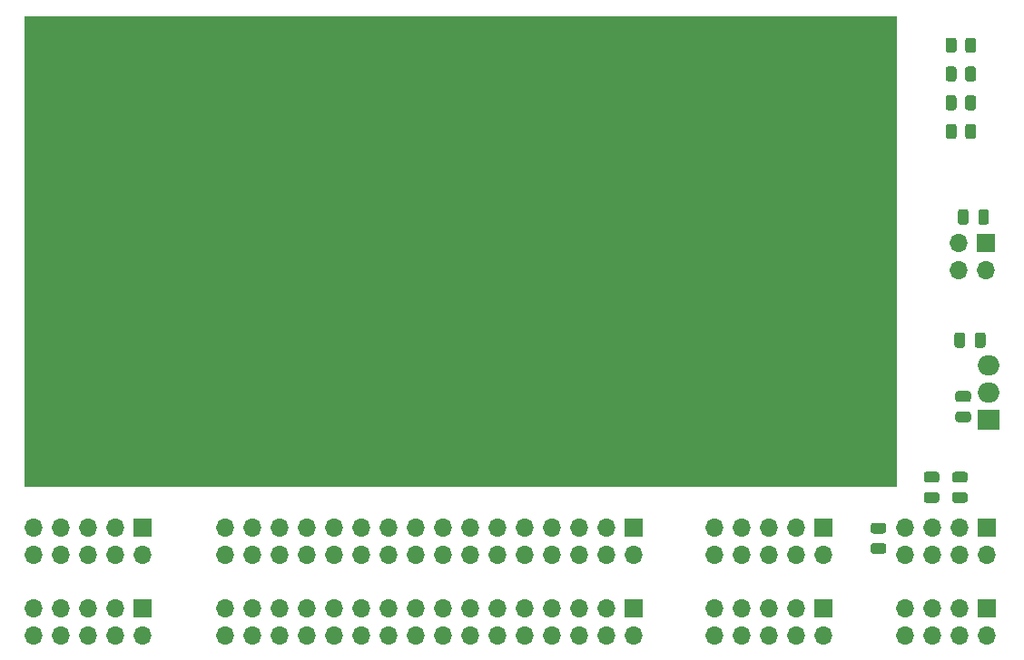
<source format=gbr>
%TF.GenerationSoftware,KiCad,Pcbnew,(5.1.10)-1*%
%TF.CreationDate,2021-09-08T13:29:56-05:00*%
%TF.ProjectId,gd protoboard pcb,67642070-726f-4746-9f62-6f6172642070,rev?*%
%TF.SameCoordinates,Original*%
%TF.FileFunction,Soldermask,Bot*%
%TF.FilePolarity,Negative*%
%FSLAX46Y46*%
G04 Gerber Fmt 4.6, Leading zero omitted, Abs format (unit mm)*
G04 Created by KiCad (PCBNEW (5.1.10)-1) date 2021-09-08 13:29:56*
%MOMM*%
%LPD*%
G01*
G04 APERTURE LIST*
%ADD10C,0.100000*%
%ADD11O,1.700000X1.700000*%
%ADD12R,1.700000X1.700000*%
%ADD13O,2.000000X1.905000*%
%ADD14R,2.000000X1.905000*%
%ADD15C,1.700000*%
G04 APERTURE END LIST*
D10*
G36*
X189865000Y-114935000D02*
G01*
X108585000Y-114935000D01*
X108585000Y-71120000D01*
X189865000Y-71120000D01*
X189865000Y-114935000D01*
G37*
X189865000Y-114935000D02*
X108585000Y-114935000D01*
X108585000Y-71120000D01*
X189865000Y-71120000D01*
X189865000Y-114935000D01*
D11*
%TO.C,J8*%
X127254000Y-121437400D03*
X127254000Y-118897400D03*
X129794000Y-121437400D03*
X129794000Y-118897400D03*
X132334000Y-121437400D03*
X132334000Y-118897400D03*
X134874000Y-121437400D03*
X134874000Y-118897400D03*
X137414000Y-121437400D03*
X137414000Y-118897400D03*
X139954000Y-121437400D03*
X139954000Y-118897400D03*
X142494000Y-121437400D03*
X142494000Y-118897400D03*
X145034000Y-121437400D03*
X145034000Y-118897400D03*
X147574000Y-121437400D03*
X147574000Y-118897400D03*
X150114000Y-121437400D03*
X150114000Y-118897400D03*
X152654000Y-121437400D03*
X152654000Y-118897400D03*
X155194000Y-121437400D03*
X155194000Y-118897400D03*
X157734000Y-121437400D03*
X157734000Y-118897400D03*
X160274000Y-121437400D03*
X160274000Y-118897400D03*
X162814000Y-121437400D03*
X162814000Y-118897400D03*
X165354000Y-121437400D03*
D12*
X165354000Y-118897400D03*
%TD*%
D13*
%TO.C,U1*%
X198475600Y-103708200D03*
X198475600Y-106248200D03*
D14*
X198475600Y-108788200D03*
%TD*%
%TO.C,C6*%
G36*
G01*
X196273000Y-100871000D02*
X196273000Y-101821000D01*
G75*
G02*
X196023000Y-102071000I-250000J0D01*
G01*
X195523000Y-102071000D01*
G75*
G02*
X195273000Y-101821000I0J250000D01*
G01*
X195273000Y-100871000D01*
G75*
G02*
X195523000Y-100621000I250000J0D01*
G01*
X196023000Y-100621000D01*
G75*
G02*
X196273000Y-100871000I0J-250000D01*
G01*
G37*
G36*
G01*
X198173000Y-100871000D02*
X198173000Y-101821000D01*
G75*
G02*
X197923000Y-102071000I-250000J0D01*
G01*
X197423000Y-102071000D01*
G75*
G02*
X197173000Y-101821000I0J250000D01*
G01*
X197173000Y-100871000D01*
G75*
G02*
X197423000Y-100621000I250000J0D01*
G01*
X197923000Y-100621000D01*
G75*
G02*
X198173000Y-100871000I0J-250000D01*
G01*
G37*
%TD*%
%TO.C,C5*%
G36*
G01*
X195613000Y-108019000D02*
X196563000Y-108019000D01*
G75*
G02*
X196813000Y-108269000I0J-250000D01*
G01*
X196813000Y-108769000D01*
G75*
G02*
X196563000Y-109019000I-250000J0D01*
G01*
X195613000Y-109019000D01*
G75*
G02*
X195363000Y-108769000I0J250000D01*
G01*
X195363000Y-108269000D01*
G75*
G02*
X195613000Y-108019000I250000J0D01*
G01*
G37*
G36*
G01*
X195613000Y-106119000D02*
X196563000Y-106119000D01*
G75*
G02*
X196813000Y-106369000I0J-250000D01*
G01*
X196813000Y-106869000D01*
G75*
G02*
X196563000Y-107119000I-250000J0D01*
G01*
X195613000Y-107119000D01*
G75*
G02*
X195363000Y-106869000I0J250000D01*
G01*
X195363000Y-106369000D01*
G75*
G02*
X195613000Y-106119000I250000J0D01*
G01*
G37*
%TD*%
D11*
%TO.C,J13*%
X188722000Y-89154000D03*
X188722000Y-86614000D03*
X188722000Y-84074000D03*
X188722000Y-81534000D03*
D15*
X188722000Y-78994000D03*
%TD*%
%TO.C,J13*%
X173482000Y-78994000D03*
D11*
X173482000Y-81534000D03*
X173482000Y-84074000D03*
X173482000Y-86614000D03*
X173482000Y-89154000D03*
%TD*%
D15*
%TO.C,J8*%
X109982000Y-113284000D03*
D11*
X112522000Y-113284000D03*
X115062000Y-113284000D03*
X117602000Y-113284000D03*
%TD*%
%TO.C,J8*%
X188722000Y-113284000D03*
X186182000Y-113284000D03*
X183642000Y-113284000D03*
D15*
X181102000Y-113284000D03*
%TD*%
D11*
%TO.C,J8*%
X117602000Y-110744000D03*
X115062000Y-110744000D03*
X112522000Y-110744000D03*
D15*
X109982000Y-110744000D03*
%TD*%
D11*
%TO.C,J8*%
X158242000Y-113284000D03*
X155702000Y-113284000D03*
X153162000Y-113284000D03*
D15*
X150622000Y-113284000D03*
%TD*%
D11*
%TO.C,J8*%
X178562000Y-113284000D03*
X176022000Y-113284000D03*
X173482000Y-113284000D03*
D15*
X170942000Y-113284000D03*
%TD*%
D11*
%TO.C,J8*%
X137922000Y-113284000D03*
X135382000Y-113284000D03*
X132842000Y-113284000D03*
D15*
X130302000Y-113284000D03*
%TD*%
D11*
%TO.C,J8*%
X168402000Y-113284000D03*
X165862000Y-113284000D03*
X163322000Y-113284000D03*
D15*
X160782000Y-113284000D03*
%TD*%
D11*
%TO.C,J8*%
X148082000Y-113284000D03*
X145542000Y-113284000D03*
X143002000Y-113284000D03*
D15*
X140462000Y-113284000D03*
%TD*%
D11*
%TO.C,J8*%
X127762000Y-113284000D03*
X125222000Y-113284000D03*
X122682000Y-113284000D03*
D15*
X120142000Y-113284000D03*
%TD*%
%TO.C,J8*%
X181102000Y-110744000D03*
D11*
X183642000Y-110744000D03*
X186182000Y-110744000D03*
X188722000Y-110744000D03*
%TD*%
D15*
%TO.C,J8*%
X170942000Y-110744000D03*
D11*
X173482000Y-110744000D03*
X176022000Y-110744000D03*
X178562000Y-110744000D03*
%TD*%
D15*
%TO.C,J8*%
X130302000Y-110744000D03*
D11*
X132842000Y-110744000D03*
X135382000Y-110744000D03*
X137922000Y-110744000D03*
%TD*%
D15*
%TO.C,J8*%
X150622000Y-110744000D03*
D11*
X153162000Y-110744000D03*
X155702000Y-110744000D03*
X158242000Y-110744000D03*
%TD*%
D15*
%TO.C,J8*%
X160782000Y-110744000D03*
D11*
X163322000Y-110744000D03*
X165862000Y-110744000D03*
X168402000Y-110744000D03*
%TD*%
D15*
%TO.C,J8*%
X140462000Y-110744000D03*
D11*
X143002000Y-110744000D03*
X145542000Y-110744000D03*
X148082000Y-110744000D03*
%TD*%
D15*
%TO.C,J8*%
X120142000Y-110744000D03*
D11*
X122682000Y-110744000D03*
X125222000Y-110744000D03*
X127762000Y-110744000D03*
%TD*%
%TO.C,J8*%
X117602000Y-75184000D03*
X115062000Y-75184000D03*
X112522000Y-75184000D03*
D15*
X109982000Y-75184000D03*
%TD*%
%TO.C,J8*%
X181102000Y-75184000D03*
D11*
X183642000Y-75184000D03*
X186182000Y-75184000D03*
X188722000Y-75184000D03*
%TD*%
D15*
%TO.C,J8*%
X170942000Y-75184000D03*
D11*
X173482000Y-75184000D03*
X176022000Y-75184000D03*
X178562000Y-75184000D03*
%TD*%
D15*
%TO.C,J8*%
X130302000Y-75184000D03*
D11*
X132842000Y-75184000D03*
X135382000Y-75184000D03*
X137922000Y-75184000D03*
%TD*%
D15*
%TO.C,J8*%
X150622000Y-75184000D03*
D11*
X153162000Y-75184000D03*
X155702000Y-75184000D03*
X158242000Y-75184000D03*
%TD*%
D15*
%TO.C,J8*%
X160782000Y-75184000D03*
D11*
X163322000Y-75184000D03*
X165862000Y-75184000D03*
X168402000Y-75184000D03*
%TD*%
D15*
%TO.C,J8*%
X140462000Y-75184000D03*
D11*
X143002000Y-75184000D03*
X145542000Y-75184000D03*
X148082000Y-75184000D03*
%TD*%
D15*
%TO.C,J8*%
X120142000Y-75184000D03*
D11*
X122682000Y-75184000D03*
X125222000Y-75184000D03*
X127762000Y-75184000D03*
%TD*%
%TO.C,J13*%
X188722000Y-106934000D03*
X188722000Y-104394000D03*
X188722000Y-101854000D03*
X188722000Y-99314000D03*
D15*
X188722000Y-96774000D03*
%TD*%
D11*
%TO.C,J13*%
X186182000Y-106934000D03*
X186182000Y-104394000D03*
X186182000Y-101854000D03*
X186182000Y-99314000D03*
D15*
X186182000Y-96774000D03*
%TD*%
D11*
%TO.C,J13*%
X186182000Y-89154000D03*
X186182000Y-86614000D03*
X186182000Y-84074000D03*
X186182000Y-81534000D03*
D15*
X186182000Y-78994000D03*
%TD*%
D11*
%TO.C,J8*%
X188722000Y-72644000D03*
X186182000Y-72644000D03*
X183642000Y-72644000D03*
D15*
X181102000Y-72644000D03*
%TD*%
D11*
%TO.C,J8*%
X178562000Y-72644000D03*
X176022000Y-72644000D03*
X173482000Y-72644000D03*
D15*
X170942000Y-72644000D03*
%TD*%
D11*
%TO.C,J8*%
X168402000Y-72644000D03*
X165862000Y-72644000D03*
X163322000Y-72644000D03*
D15*
X160782000Y-72644000D03*
%TD*%
D11*
%TO.C,J8*%
X158242000Y-72644000D03*
X155702000Y-72644000D03*
X153162000Y-72644000D03*
D15*
X150622000Y-72644000D03*
%TD*%
D11*
%TO.C,J8*%
X148082000Y-72644000D03*
X145542000Y-72644000D03*
X143002000Y-72644000D03*
D15*
X140462000Y-72644000D03*
%TD*%
D11*
%TO.C,J8*%
X137922000Y-72644000D03*
X135382000Y-72644000D03*
X132842000Y-72644000D03*
D15*
X130302000Y-72644000D03*
%TD*%
D11*
%TO.C,J8*%
X127762000Y-72644000D03*
X125222000Y-72644000D03*
X122682000Y-72644000D03*
D15*
X120142000Y-72644000D03*
%TD*%
%TO.C,J8*%
X109982000Y-72644000D03*
D11*
X112522000Y-72644000D03*
X115062000Y-72644000D03*
X117602000Y-72644000D03*
%TD*%
%TO.C,J13*%
X135382000Y-106934000D03*
X135382000Y-104394000D03*
X135382000Y-101854000D03*
X135382000Y-99314000D03*
D15*
X135382000Y-96774000D03*
%TD*%
D11*
%TO.C,J13*%
X178562000Y-106934000D03*
X178562000Y-104394000D03*
X178562000Y-101854000D03*
X178562000Y-99314000D03*
D15*
X178562000Y-96774000D03*
%TD*%
D11*
%TO.C,J13*%
X173482000Y-106934000D03*
X173482000Y-104394000D03*
X173482000Y-101854000D03*
X173482000Y-99314000D03*
D15*
X173482000Y-96774000D03*
%TD*%
D11*
%TO.C,J13*%
X163322000Y-106934000D03*
X163322000Y-104394000D03*
X163322000Y-101854000D03*
X163322000Y-99314000D03*
D15*
X163322000Y-96774000D03*
%TD*%
D11*
%TO.C,J13*%
X176022000Y-106934000D03*
X176022000Y-104394000D03*
X176022000Y-101854000D03*
X176022000Y-99314000D03*
D15*
X176022000Y-96774000D03*
%TD*%
D11*
%TO.C,J13*%
X168402000Y-106934000D03*
X168402000Y-104394000D03*
X168402000Y-101854000D03*
X168402000Y-99314000D03*
D15*
X168402000Y-96774000D03*
%TD*%
D11*
%TO.C,J13*%
X170942000Y-106934000D03*
X170942000Y-104394000D03*
X170942000Y-101854000D03*
X170942000Y-99314000D03*
D15*
X170942000Y-96774000D03*
%TD*%
D11*
%TO.C,J13*%
X183642000Y-106934000D03*
X183642000Y-104394000D03*
X183642000Y-101854000D03*
X183642000Y-99314000D03*
D15*
X183642000Y-96774000D03*
%TD*%
D11*
%TO.C,J13*%
X181102000Y-106934000D03*
X181102000Y-104394000D03*
X181102000Y-101854000D03*
X181102000Y-99314000D03*
D15*
X181102000Y-96774000D03*
%TD*%
D11*
%TO.C,J13*%
X165862000Y-106934000D03*
X165862000Y-104394000D03*
X165862000Y-101854000D03*
X165862000Y-99314000D03*
D15*
X165862000Y-96774000D03*
%TD*%
D11*
%TO.C,J13*%
X158242000Y-106934000D03*
X158242000Y-104394000D03*
X158242000Y-101854000D03*
X158242000Y-99314000D03*
D15*
X158242000Y-96774000D03*
%TD*%
D11*
%TO.C,J13*%
X153162000Y-106934000D03*
X153162000Y-104394000D03*
X153162000Y-101854000D03*
X153162000Y-99314000D03*
D15*
X153162000Y-96774000D03*
%TD*%
D11*
%TO.C,J13*%
X127762000Y-106934000D03*
X127762000Y-104394000D03*
X127762000Y-101854000D03*
X127762000Y-99314000D03*
D15*
X127762000Y-96774000D03*
%TD*%
D11*
%TO.C,J13*%
X148082000Y-106934000D03*
X148082000Y-104394000D03*
X148082000Y-101854000D03*
X148082000Y-99314000D03*
D15*
X148082000Y-96774000D03*
%TD*%
D11*
%TO.C,J13*%
X143002000Y-106934000D03*
X143002000Y-104394000D03*
X143002000Y-101854000D03*
X143002000Y-99314000D03*
D15*
X143002000Y-96774000D03*
%TD*%
D11*
%TO.C,J13*%
X140462000Y-106934000D03*
X140462000Y-104394000D03*
X140462000Y-101854000D03*
X140462000Y-99314000D03*
D15*
X140462000Y-96774000D03*
%TD*%
D11*
%TO.C,J13*%
X132842000Y-106934000D03*
X132842000Y-104394000D03*
X132842000Y-101854000D03*
X132842000Y-99314000D03*
D15*
X132842000Y-96774000D03*
%TD*%
D11*
%TO.C,J13*%
X117602000Y-106934000D03*
X117602000Y-104394000D03*
X117602000Y-101854000D03*
X117602000Y-99314000D03*
D15*
X117602000Y-96774000D03*
%TD*%
D11*
%TO.C,J13*%
X115062000Y-106934000D03*
X115062000Y-104394000D03*
X115062000Y-101854000D03*
X115062000Y-99314000D03*
D15*
X115062000Y-96774000D03*
%TD*%
D11*
%TO.C,J13*%
X150622000Y-106934000D03*
X150622000Y-104394000D03*
X150622000Y-101854000D03*
X150622000Y-99314000D03*
D15*
X150622000Y-96774000D03*
%TD*%
D11*
%TO.C,J13*%
X155702000Y-106934000D03*
X155702000Y-104394000D03*
X155702000Y-101854000D03*
X155702000Y-99314000D03*
D15*
X155702000Y-96774000D03*
%TD*%
D11*
%TO.C,J13*%
X130302000Y-106934000D03*
X130302000Y-104394000D03*
X130302000Y-101854000D03*
X130302000Y-99314000D03*
D15*
X130302000Y-96774000D03*
%TD*%
D11*
%TO.C,J13*%
X145542000Y-106934000D03*
X145542000Y-104394000D03*
X145542000Y-101854000D03*
X145542000Y-99314000D03*
D15*
X145542000Y-96774000D03*
%TD*%
D11*
%TO.C,J13*%
X122682000Y-106934000D03*
X122682000Y-104394000D03*
X122682000Y-101854000D03*
X122682000Y-99314000D03*
D15*
X122682000Y-96774000D03*
%TD*%
D11*
%TO.C,J13*%
X160782000Y-106934000D03*
X160782000Y-104394000D03*
X160782000Y-101854000D03*
X160782000Y-99314000D03*
D15*
X160782000Y-96774000D03*
%TD*%
D11*
%TO.C,J13*%
X125222000Y-106934000D03*
X125222000Y-104394000D03*
X125222000Y-101854000D03*
X125222000Y-99314000D03*
D15*
X125222000Y-96774000D03*
%TD*%
D11*
%TO.C,J13*%
X120142000Y-106934000D03*
X120142000Y-104394000D03*
X120142000Y-101854000D03*
X120142000Y-99314000D03*
D15*
X120142000Y-96774000D03*
%TD*%
%TO.C,J13*%
X109982000Y-96774000D03*
D11*
X109982000Y-99314000D03*
X109982000Y-101854000D03*
X109982000Y-104394000D03*
X109982000Y-106934000D03*
%TD*%
%TO.C,J13*%
X137922000Y-106934000D03*
X137922000Y-104394000D03*
X137922000Y-101854000D03*
X137922000Y-99314000D03*
D15*
X137922000Y-96774000D03*
%TD*%
D11*
%TO.C,J13*%
X112522000Y-106934000D03*
X112522000Y-104394000D03*
X112522000Y-101854000D03*
X112522000Y-99314000D03*
D15*
X112522000Y-96774000D03*
%TD*%
%TO.C,J13*%
X183642000Y-78994000D03*
D11*
X183642000Y-81534000D03*
X183642000Y-84074000D03*
X183642000Y-86614000D03*
X183642000Y-89154000D03*
%TD*%
D15*
%TO.C,J13*%
X181102000Y-78994000D03*
D11*
X181102000Y-81534000D03*
X181102000Y-84074000D03*
X181102000Y-86614000D03*
X181102000Y-89154000D03*
%TD*%
D15*
%TO.C,J13*%
X178562000Y-78994000D03*
D11*
X178562000Y-81534000D03*
X178562000Y-84074000D03*
X178562000Y-86614000D03*
X178562000Y-89154000D03*
%TD*%
D15*
%TO.C,J13*%
X176022000Y-78994000D03*
D11*
X176022000Y-81534000D03*
X176022000Y-84074000D03*
X176022000Y-86614000D03*
X176022000Y-89154000D03*
%TD*%
D15*
%TO.C,J13*%
X170942000Y-78994000D03*
D11*
X170942000Y-81534000D03*
X170942000Y-84074000D03*
X170942000Y-86614000D03*
X170942000Y-89154000D03*
%TD*%
D15*
%TO.C,J13*%
X168402000Y-78994000D03*
D11*
X168402000Y-81534000D03*
X168402000Y-84074000D03*
X168402000Y-86614000D03*
X168402000Y-89154000D03*
%TD*%
D15*
%TO.C,J13*%
X165862000Y-78994000D03*
D11*
X165862000Y-81534000D03*
X165862000Y-84074000D03*
X165862000Y-86614000D03*
X165862000Y-89154000D03*
%TD*%
D15*
%TO.C,J13*%
X163322000Y-78994000D03*
D11*
X163322000Y-81534000D03*
X163322000Y-84074000D03*
X163322000Y-86614000D03*
X163322000Y-89154000D03*
%TD*%
D15*
%TO.C,J13*%
X158242000Y-78994000D03*
D11*
X158242000Y-81534000D03*
X158242000Y-84074000D03*
X158242000Y-86614000D03*
X158242000Y-89154000D03*
%TD*%
D15*
%TO.C,J13*%
X155702000Y-78994000D03*
D11*
X155702000Y-81534000D03*
X155702000Y-84074000D03*
X155702000Y-86614000D03*
X155702000Y-89154000D03*
%TD*%
D15*
%TO.C,J13*%
X153162000Y-78994000D03*
D11*
X153162000Y-81534000D03*
X153162000Y-84074000D03*
X153162000Y-86614000D03*
X153162000Y-89154000D03*
%TD*%
D15*
%TO.C,J13*%
X150622000Y-78994000D03*
D11*
X150622000Y-81534000D03*
X150622000Y-84074000D03*
X150622000Y-86614000D03*
X150622000Y-89154000D03*
%TD*%
D15*
%TO.C,J13*%
X148082000Y-78994000D03*
D11*
X148082000Y-81534000D03*
X148082000Y-84074000D03*
X148082000Y-86614000D03*
X148082000Y-89154000D03*
%TD*%
D15*
%TO.C,J13*%
X145542000Y-78994000D03*
D11*
X145542000Y-81534000D03*
X145542000Y-84074000D03*
X145542000Y-86614000D03*
X145542000Y-89154000D03*
%TD*%
D15*
%TO.C,J13*%
X143002000Y-78994000D03*
D11*
X143002000Y-81534000D03*
X143002000Y-84074000D03*
X143002000Y-86614000D03*
X143002000Y-89154000D03*
%TD*%
D15*
%TO.C,J13*%
X140462000Y-78994000D03*
D11*
X140462000Y-81534000D03*
X140462000Y-84074000D03*
X140462000Y-86614000D03*
X140462000Y-89154000D03*
%TD*%
D15*
%TO.C,J13*%
X137922000Y-78994000D03*
D11*
X137922000Y-81534000D03*
X137922000Y-84074000D03*
X137922000Y-86614000D03*
X137922000Y-89154000D03*
%TD*%
D15*
%TO.C,J13*%
X160782000Y-78994000D03*
D11*
X160782000Y-81534000D03*
X160782000Y-84074000D03*
X160782000Y-86614000D03*
X160782000Y-89154000D03*
%TD*%
D15*
%TO.C,J13*%
X132842000Y-78994000D03*
D11*
X132842000Y-81534000D03*
X132842000Y-84074000D03*
X132842000Y-86614000D03*
X132842000Y-89154000D03*
%TD*%
D15*
%TO.C,J13*%
X130302000Y-78994000D03*
D11*
X130302000Y-81534000D03*
X130302000Y-84074000D03*
X130302000Y-86614000D03*
X130302000Y-89154000D03*
%TD*%
D15*
%TO.C,J13*%
X127762000Y-78994000D03*
D11*
X127762000Y-81534000D03*
X127762000Y-84074000D03*
X127762000Y-86614000D03*
X127762000Y-89154000D03*
%TD*%
D15*
%TO.C,J13*%
X125222000Y-78994000D03*
D11*
X125222000Y-81534000D03*
X125222000Y-84074000D03*
X125222000Y-86614000D03*
X125222000Y-89154000D03*
%TD*%
D15*
%TO.C,J13*%
X122682000Y-78994000D03*
D11*
X122682000Y-81534000D03*
X122682000Y-84074000D03*
X122682000Y-86614000D03*
X122682000Y-89154000D03*
%TD*%
D15*
%TO.C,J13*%
X120142000Y-78994000D03*
D11*
X120142000Y-81534000D03*
X120142000Y-84074000D03*
X120142000Y-86614000D03*
X120142000Y-89154000D03*
%TD*%
D15*
%TO.C,J13*%
X117602000Y-78994000D03*
D11*
X117602000Y-81534000D03*
X117602000Y-84074000D03*
X117602000Y-86614000D03*
X117602000Y-89154000D03*
%TD*%
D15*
%TO.C,J13*%
X115062000Y-78994000D03*
D11*
X115062000Y-81534000D03*
X115062000Y-84074000D03*
X115062000Y-86614000D03*
X115062000Y-89154000D03*
%TD*%
D15*
%TO.C,J13*%
X112522000Y-78994000D03*
D11*
X112522000Y-81534000D03*
X112522000Y-84074000D03*
X112522000Y-86614000D03*
X112522000Y-89154000D03*
%TD*%
%TO.C,J13*%
X109982000Y-89154000D03*
X109982000Y-86614000D03*
X109982000Y-84074000D03*
X109982000Y-81534000D03*
D15*
X109982000Y-78994000D03*
%TD*%
%TO.C,J13*%
X135382000Y-78994000D03*
D11*
X135382000Y-81534000D03*
X135382000Y-84074000D03*
X135382000Y-86614000D03*
X135382000Y-89154000D03*
%TD*%
%TO.C,J9*%
X172913500Y-121437400D03*
X172913500Y-118897400D03*
X175453500Y-121437400D03*
X175453500Y-118897400D03*
X177993500Y-121437400D03*
X177993500Y-118897400D03*
X180533500Y-121437400D03*
X180533500Y-118897400D03*
X183073500Y-121437400D03*
D12*
X183073500Y-118897400D03*
%TD*%
D11*
%TO.C,J7*%
X109394500Y-121437400D03*
X109394500Y-118897400D03*
X111934500Y-121437400D03*
X111934500Y-118897400D03*
X114474500Y-121437400D03*
X114474500Y-118897400D03*
X117014500Y-121437400D03*
X117014500Y-118897400D03*
X119554500Y-121437400D03*
D12*
X119554500Y-118897400D03*
%TD*%
D11*
%TO.C,J6*%
X190666500Y-121437400D03*
X190666500Y-118897400D03*
X193206500Y-121437400D03*
X193206500Y-118897400D03*
X195746500Y-121437400D03*
X195746500Y-118897400D03*
X198286500Y-121437400D03*
D12*
X198286500Y-118897400D03*
%TD*%
D11*
%TO.C,J5*%
X195645600Y-94792800D03*
X195645600Y-92252800D03*
X198185600Y-94792800D03*
D12*
X198185600Y-92252800D03*
%TD*%
%TO.C,R4*%
G36*
G01*
X196272100Y-74262401D02*
X196272100Y-73362399D01*
G75*
G02*
X196522099Y-73112400I249999J0D01*
G01*
X197047101Y-73112400D01*
G75*
G02*
X197297100Y-73362399I0J-249999D01*
G01*
X197297100Y-74262401D01*
G75*
G02*
X197047101Y-74512400I-249999J0D01*
G01*
X196522099Y-74512400D01*
G75*
G02*
X196272100Y-74262401I0J249999D01*
G01*
G37*
G36*
G01*
X194447100Y-74262401D02*
X194447100Y-73362399D01*
G75*
G02*
X194697099Y-73112400I249999J0D01*
G01*
X195222101Y-73112400D01*
G75*
G02*
X195472100Y-73362399I0J-249999D01*
G01*
X195472100Y-74262401D01*
G75*
G02*
X195222101Y-74512400I-249999J0D01*
G01*
X194697099Y-74512400D01*
G75*
G02*
X194447100Y-74262401I0J249999D01*
G01*
G37*
%TD*%
%TO.C,C4*%
G36*
G01*
X193616600Y-114650100D02*
X192666600Y-114650100D01*
G75*
G02*
X192416600Y-114400100I0J250000D01*
G01*
X192416600Y-113900100D01*
G75*
G02*
X192666600Y-113650100I250000J0D01*
G01*
X193616600Y-113650100D01*
G75*
G02*
X193866600Y-113900100I0J-250000D01*
G01*
X193866600Y-114400100D01*
G75*
G02*
X193616600Y-114650100I-250000J0D01*
G01*
G37*
G36*
G01*
X193616600Y-116550100D02*
X192666600Y-116550100D01*
G75*
G02*
X192416600Y-116300100I0J250000D01*
G01*
X192416600Y-115800100D01*
G75*
G02*
X192666600Y-115550100I250000J0D01*
G01*
X193616600Y-115550100D01*
G75*
G02*
X193866600Y-115800100I0J-250000D01*
G01*
X193866600Y-116300100D01*
G75*
G02*
X193616600Y-116550100I-250000J0D01*
G01*
G37*
%TD*%
D11*
%TO.C,J1*%
X190666500Y-128905000D03*
X190666500Y-126365000D03*
X193206500Y-128905000D03*
X193206500Y-126365000D03*
X195746500Y-128905000D03*
X195746500Y-126365000D03*
X198286500Y-128905000D03*
D12*
X198286500Y-126365000D03*
%TD*%
D11*
%TO.C,J4*%
X172913500Y-128905000D03*
X172913500Y-126365000D03*
X175453500Y-128905000D03*
X175453500Y-126365000D03*
X177993500Y-128905000D03*
X177993500Y-126365000D03*
X180533500Y-128905000D03*
X180533500Y-126365000D03*
X183073500Y-128905000D03*
D12*
X183073500Y-126365000D03*
%TD*%
D11*
%TO.C,J2*%
X109394500Y-128905000D03*
X109394500Y-126365000D03*
X111934500Y-128905000D03*
X111934500Y-126365000D03*
X114474500Y-128905000D03*
X114474500Y-126365000D03*
X117014500Y-128905000D03*
X117014500Y-126365000D03*
X119554500Y-128905000D03*
D12*
X119554500Y-126365000D03*
%TD*%
D11*
%TO.C,J3*%
X127254000Y-128905000D03*
X127254000Y-126365000D03*
X129794000Y-128905000D03*
X129794000Y-126365000D03*
X132334000Y-128905000D03*
X132334000Y-126365000D03*
X134874000Y-128905000D03*
X134874000Y-126365000D03*
X137414000Y-128905000D03*
X137414000Y-126365000D03*
X139954000Y-128905000D03*
X139954000Y-126365000D03*
X142494000Y-128905000D03*
X142494000Y-126365000D03*
X145034000Y-128905000D03*
X145034000Y-126365000D03*
X147574000Y-128905000D03*
X147574000Y-126365000D03*
X150114000Y-128905000D03*
X150114000Y-126365000D03*
X152654000Y-128905000D03*
X152654000Y-126365000D03*
X155194000Y-128905000D03*
X155194000Y-126365000D03*
X157734000Y-128905000D03*
X157734000Y-126365000D03*
X160274000Y-128905000D03*
X160274000Y-126365000D03*
X162814000Y-128905000D03*
X162814000Y-126365000D03*
X165354000Y-128905000D03*
D12*
X165354000Y-126365000D03*
%TD*%
%TO.C,R1*%
G36*
G01*
X196272100Y-79630268D02*
X196272100Y-78730266D01*
G75*
G02*
X196522099Y-78480267I249999J0D01*
G01*
X197047101Y-78480267D01*
G75*
G02*
X197297100Y-78730266I0J-249999D01*
G01*
X197297100Y-79630268D01*
G75*
G02*
X197047101Y-79880267I-249999J0D01*
G01*
X196522099Y-79880267D01*
G75*
G02*
X196272100Y-79630268I0J249999D01*
G01*
G37*
G36*
G01*
X194447100Y-79630268D02*
X194447100Y-78730266D01*
G75*
G02*
X194697099Y-78480267I249999J0D01*
G01*
X195222101Y-78480267D01*
G75*
G02*
X195472100Y-78730266I0J-249999D01*
G01*
X195472100Y-79630268D01*
G75*
G02*
X195222101Y-79880267I-249999J0D01*
G01*
X194697099Y-79880267D01*
G75*
G02*
X194447100Y-79630268I0J249999D01*
G01*
G37*
%TD*%
%TO.C,R3*%
G36*
G01*
X196272100Y-82314201D02*
X196272100Y-81414199D01*
G75*
G02*
X196522099Y-81164200I249999J0D01*
G01*
X197047101Y-81164200D01*
G75*
G02*
X197297100Y-81414199I0J-249999D01*
G01*
X197297100Y-82314201D01*
G75*
G02*
X197047101Y-82564200I-249999J0D01*
G01*
X196522099Y-82564200D01*
G75*
G02*
X196272100Y-82314201I0J249999D01*
G01*
G37*
G36*
G01*
X194447100Y-82314201D02*
X194447100Y-81414199D01*
G75*
G02*
X194697099Y-81164200I249999J0D01*
G01*
X195222101Y-81164200D01*
G75*
G02*
X195472100Y-81414199I0J-249999D01*
G01*
X195472100Y-82314201D01*
G75*
G02*
X195222101Y-82564200I-249999J0D01*
G01*
X194697099Y-82564200D01*
G75*
G02*
X194447100Y-82314201I0J249999D01*
G01*
G37*
%TD*%
%TO.C,R2*%
G36*
G01*
X196272100Y-76946335D02*
X196272100Y-76046333D01*
G75*
G02*
X196522099Y-75796334I249999J0D01*
G01*
X197047101Y-75796334D01*
G75*
G02*
X197297100Y-76046333I0J-249999D01*
G01*
X197297100Y-76946335D01*
G75*
G02*
X197047101Y-77196334I-249999J0D01*
G01*
X196522099Y-77196334D01*
G75*
G02*
X196272100Y-76946335I0J249999D01*
G01*
G37*
G36*
G01*
X194447100Y-76946335D02*
X194447100Y-76046333D01*
G75*
G02*
X194697099Y-75796334I249999J0D01*
G01*
X195222101Y-75796334D01*
G75*
G02*
X195472100Y-76046333I0J-249999D01*
G01*
X195472100Y-76946335D01*
G75*
G02*
X195222101Y-77196334I-249999J0D01*
G01*
X194697099Y-77196334D01*
G75*
G02*
X194447100Y-76946335I0J249999D01*
G01*
G37*
%TD*%
%TO.C,C3*%
G36*
G01*
X196258200Y-114650100D02*
X195308200Y-114650100D01*
G75*
G02*
X195058200Y-114400100I0J250000D01*
G01*
X195058200Y-113900100D01*
G75*
G02*
X195308200Y-113650100I250000J0D01*
G01*
X196258200Y-113650100D01*
G75*
G02*
X196508200Y-113900100I0J-250000D01*
G01*
X196508200Y-114400100D01*
G75*
G02*
X196258200Y-114650100I-250000J0D01*
G01*
G37*
G36*
G01*
X196258200Y-116550100D02*
X195308200Y-116550100D01*
G75*
G02*
X195058200Y-116300100I0J250000D01*
G01*
X195058200Y-115800100D01*
G75*
G02*
X195308200Y-115550100I250000J0D01*
G01*
X196258200Y-115550100D01*
G75*
G02*
X196508200Y-115800100I0J-250000D01*
G01*
X196508200Y-116300100D01*
G75*
G02*
X196258200Y-116550100I-250000J0D01*
G01*
G37*
%TD*%
%TO.C,C2*%
G36*
G01*
X196590500Y-89377500D02*
X196590500Y-90327500D01*
G75*
G02*
X196340500Y-90577500I-250000J0D01*
G01*
X195840500Y-90577500D01*
G75*
G02*
X195590500Y-90327500I0J250000D01*
G01*
X195590500Y-89377500D01*
G75*
G02*
X195840500Y-89127500I250000J0D01*
G01*
X196340500Y-89127500D01*
G75*
G02*
X196590500Y-89377500I0J-250000D01*
G01*
G37*
G36*
G01*
X198490500Y-89377500D02*
X198490500Y-90327500D01*
G75*
G02*
X198240500Y-90577500I-250000J0D01*
G01*
X197740500Y-90577500D01*
G75*
G02*
X197490500Y-90327500I0J250000D01*
G01*
X197490500Y-89377500D01*
G75*
G02*
X197740500Y-89127500I250000J0D01*
G01*
X198240500Y-89127500D01*
G75*
G02*
X198490500Y-89377500I0J-250000D01*
G01*
G37*
%TD*%
%TO.C,C1*%
G36*
G01*
X187713600Y-120312600D02*
X188663600Y-120312600D01*
G75*
G02*
X188913600Y-120562600I0J-250000D01*
G01*
X188913600Y-121062600D01*
G75*
G02*
X188663600Y-121312600I-250000J0D01*
G01*
X187713600Y-121312600D01*
G75*
G02*
X187463600Y-121062600I0J250000D01*
G01*
X187463600Y-120562600D01*
G75*
G02*
X187713600Y-120312600I250000J0D01*
G01*
G37*
G36*
G01*
X187713600Y-118412600D02*
X188663600Y-118412600D01*
G75*
G02*
X188913600Y-118662600I0J-250000D01*
G01*
X188913600Y-119162600D01*
G75*
G02*
X188663600Y-119412600I-250000J0D01*
G01*
X187713600Y-119412600D01*
G75*
G02*
X187463600Y-119162600I0J250000D01*
G01*
X187463600Y-118662600D01*
G75*
G02*
X187713600Y-118412600I250000J0D01*
G01*
G37*
%TD*%
M02*

</source>
